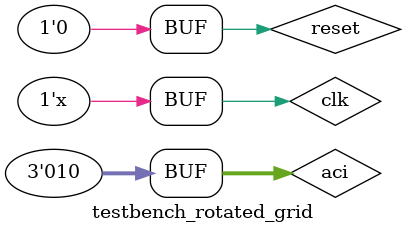
<source format=v>
`timescale 1ns / 1ps

module testbench_rotated_grid();

reg clk,reset;
reg [2:0] aci; 

rotated_grid uut(.clk(clk),.reset(reset),.aci(aci));


initial begin 
clk=1;

#50;
reset=0;

#50 aci=3'b010;
#200;

end

always #5 clk=~clk;

endmodule

</source>
